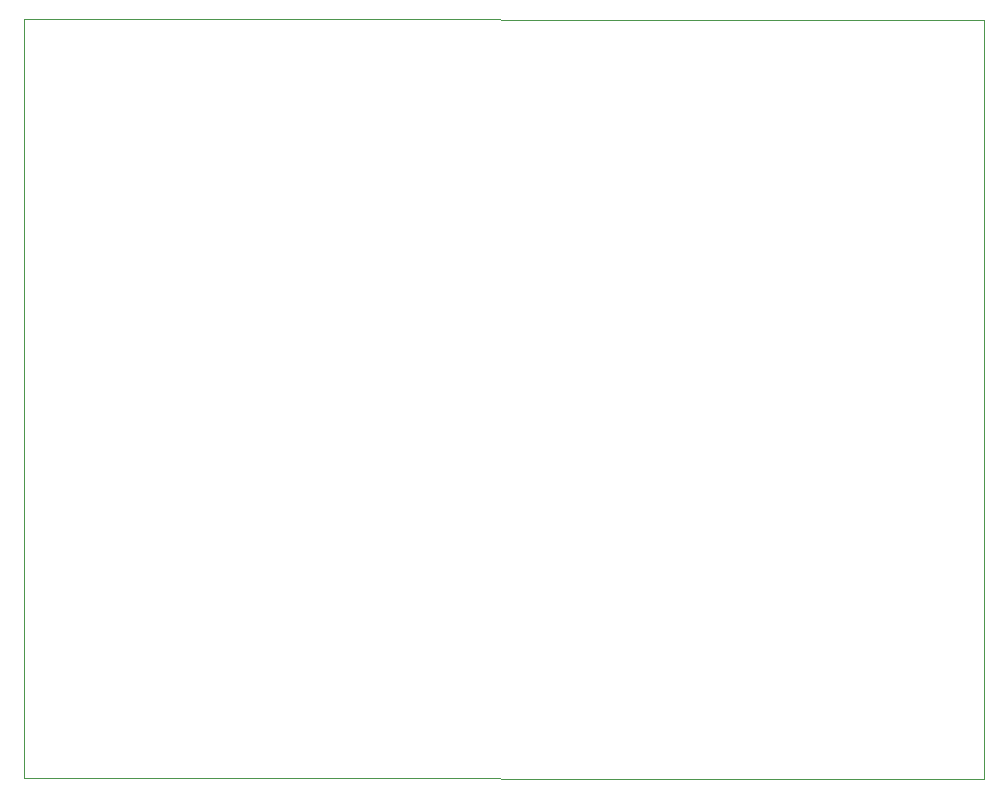
<source format=gbr>
G04 #@! TF.GenerationSoftware,KiCad,Pcbnew,5.1.5+dfsg1-2build2*
G04 #@! TF.CreationDate,2021-08-10T13:41:00-07:00*
G04 #@! TF.ProjectId,Telemetry Board Shrink,54656c65-6d65-4747-9279-20426f617264,rev?*
G04 #@! TF.SameCoordinates,Original*
G04 #@! TF.FileFunction,Profile,NP*
%FSLAX46Y46*%
G04 Gerber Fmt 4.6, Leading zero omitted, Abs format (unit mm)*
G04 Created by KiCad (PCBNEW 5.1.5+dfsg1-2build2) date 2021-08-10 13:41:00*
%MOMM*%
%LPD*%
G04 APERTURE LIST*
%ADD10C,0.050000*%
G04 APERTURE END LIST*
D10*
X131572000Y-68199000D02*
X131572000Y-132461000D01*
X212793000Y-68250000D02*
X212793000Y-132507000D01*
X131572000Y-132461000D02*
X212793000Y-132507000D01*
X131572000Y-68199000D02*
X212793000Y-68250000D01*
M02*

</source>
